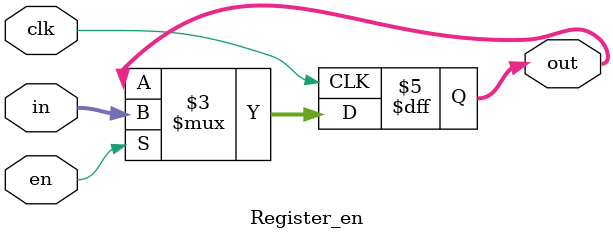
<source format=v>
module Register_en (clk,en,in,out);
  input clk;
  input en;
  input [31:0] in;
  output reg [31:0] out = 32'b0;

  always @(posedge clk) begin
    if (en) 
      out <= in;
  end

endmodule
</source>
